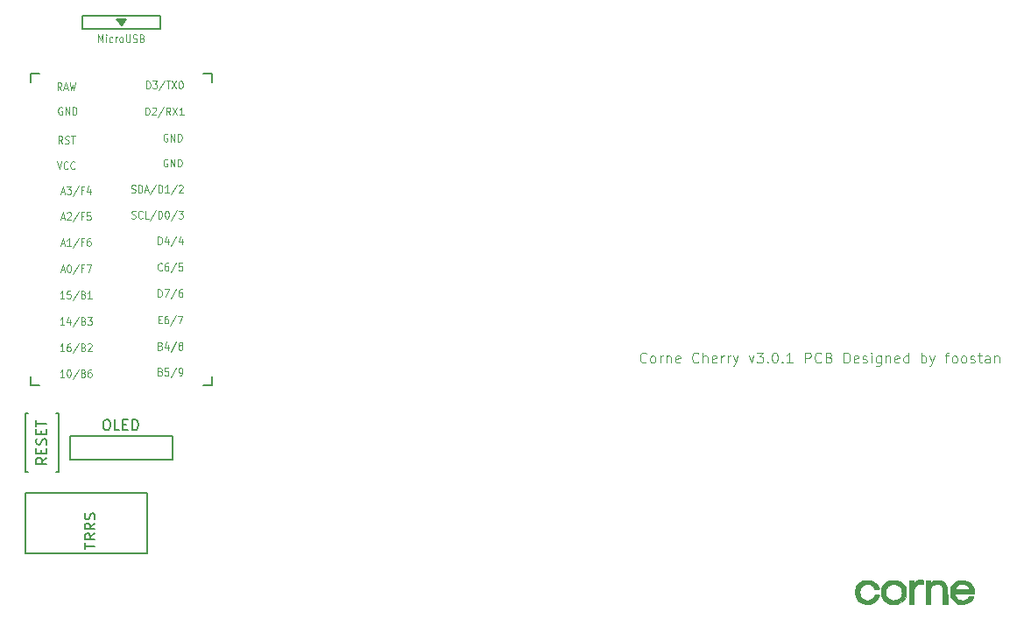
<source format=gto>
G04 #@! TF.GenerationSoftware,KiCad,Pcbnew,(5.1.10)-1*
G04 #@! TF.CreationDate,2021-11-26T09:38:35+07:00*
G04 #@! TF.ProjectId,corne-cherry,636f726e-652d-4636-9865-7272792e6b69,3.0.1*
G04 #@! TF.SameCoordinates,Original*
G04 #@! TF.FileFunction,Legend,Top*
G04 #@! TF.FilePolarity,Positive*
%FSLAX46Y46*%
G04 Gerber Fmt 4.6, Leading zero omitted, Abs format (unit mm)*
G04 Created by KiCad (PCBNEW (5.1.10)-1) date 2021-11-26 09:38:35*
%MOMM*%
%LPD*%
G01*
G04 APERTURE LIST*
%ADD10C,0.125000*%
%ADD11C,0.010000*%
%ADD12C,0.150000*%
%ADD13C,3.400000*%
%ADD14C,2.300000*%
%ADD15C,4.500000*%
%ADD16C,2.600000*%
%ADD17C,4.700000*%
%ADD18C,1.600000*%
G04 APERTURE END LIST*
D10*
X146175273Y-83579142D02*
X146127654Y-83626761D01*
X145984797Y-83674380D01*
X145889559Y-83674380D01*
X145746702Y-83626761D01*
X145651464Y-83531523D01*
X145603845Y-83436285D01*
X145556226Y-83245809D01*
X145556226Y-83102952D01*
X145603845Y-82912476D01*
X145651464Y-82817238D01*
X145746702Y-82722000D01*
X145889559Y-82674380D01*
X145984797Y-82674380D01*
X146127654Y-82722000D01*
X146175273Y-82769619D01*
X146746702Y-83674380D02*
X146651464Y-83626761D01*
X146603845Y-83579142D01*
X146556226Y-83483904D01*
X146556226Y-83198190D01*
X146603845Y-83102952D01*
X146651464Y-83055333D01*
X146746702Y-83007714D01*
X146889559Y-83007714D01*
X146984797Y-83055333D01*
X147032416Y-83102952D01*
X147080035Y-83198190D01*
X147080035Y-83483904D01*
X147032416Y-83579142D01*
X146984797Y-83626761D01*
X146889559Y-83674380D01*
X146746702Y-83674380D01*
X147508607Y-83674380D02*
X147508607Y-83007714D01*
X147508607Y-83198190D02*
X147556226Y-83102952D01*
X147603845Y-83055333D01*
X147699083Y-83007714D01*
X147794321Y-83007714D01*
X148127654Y-83007714D02*
X148127654Y-83674380D01*
X148127654Y-83102952D02*
X148175273Y-83055333D01*
X148270511Y-83007714D01*
X148413369Y-83007714D01*
X148508607Y-83055333D01*
X148556226Y-83150571D01*
X148556226Y-83674380D01*
X149413369Y-83626761D02*
X149318130Y-83674380D01*
X149127654Y-83674380D01*
X149032416Y-83626761D01*
X148984797Y-83531523D01*
X148984797Y-83150571D01*
X149032416Y-83055333D01*
X149127654Y-83007714D01*
X149318130Y-83007714D01*
X149413369Y-83055333D01*
X149460988Y-83150571D01*
X149460988Y-83245809D01*
X148984797Y-83341047D01*
X151222892Y-83579142D02*
X151175273Y-83626761D01*
X151032416Y-83674380D01*
X150937178Y-83674380D01*
X150794321Y-83626761D01*
X150699083Y-83531523D01*
X150651464Y-83436285D01*
X150603845Y-83245809D01*
X150603845Y-83102952D01*
X150651464Y-82912476D01*
X150699083Y-82817238D01*
X150794321Y-82722000D01*
X150937178Y-82674380D01*
X151032416Y-82674380D01*
X151175273Y-82722000D01*
X151222892Y-82769619D01*
X151651464Y-83674380D02*
X151651464Y-82674380D01*
X152080035Y-83674380D02*
X152080035Y-83150571D01*
X152032416Y-83055333D01*
X151937178Y-83007714D01*
X151794321Y-83007714D01*
X151699083Y-83055333D01*
X151651464Y-83102952D01*
X152937178Y-83626761D02*
X152841940Y-83674380D01*
X152651464Y-83674380D01*
X152556226Y-83626761D01*
X152508607Y-83531523D01*
X152508607Y-83150571D01*
X152556226Y-83055333D01*
X152651464Y-83007714D01*
X152841940Y-83007714D01*
X152937178Y-83055333D01*
X152984797Y-83150571D01*
X152984797Y-83245809D01*
X152508607Y-83341047D01*
X153413369Y-83674380D02*
X153413369Y-83007714D01*
X153413369Y-83198190D02*
X153460988Y-83102952D01*
X153508607Y-83055333D01*
X153603845Y-83007714D01*
X153699083Y-83007714D01*
X154032416Y-83674380D02*
X154032416Y-83007714D01*
X154032416Y-83198190D02*
X154080035Y-83102952D01*
X154127654Y-83055333D01*
X154222892Y-83007714D01*
X154318130Y-83007714D01*
X154556226Y-83007714D02*
X154794321Y-83674380D01*
X155032416Y-83007714D02*
X154794321Y-83674380D01*
X154699083Y-83912476D01*
X154651464Y-83960095D01*
X154556226Y-84007714D01*
X156080035Y-83007714D02*
X156318130Y-83674380D01*
X156556226Y-83007714D01*
X156841940Y-82674380D02*
X157460988Y-82674380D01*
X157127654Y-83055333D01*
X157270511Y-83055333D01*
X157365750Y-83102952D01*
X157413369Y-83150571D01*
X157460988Y-83245809D01*
X157460988Y-83483904D01*
X157413369Y-83579142D01*
X157365750Y-83626761D01*
X157270511Y-83674380D01*
X156984797Y-83674380D01*
X156889559Y-83626761D01*
X156841940Y-83579142D01*
X157889559Y-83579142D02*
X157937178Y-83626761D01*
X157889559Y-83674380D01*
X157841940Y-83626761D01*
X157889559Y-83579142D01*
X157889559Y-83674380D01*
X158556226Y-82674380D02*
X158651464Y-82674380D01*
X158746702Y-82722000D01*
X158794321Y-82769619D01*
X158841940Y-82864857D01*
X158889559Y-83055333D01*
X158889559Y-83293428D01*
X158841940Y-83483904D01*
X158794321Y-83579142D01*
X158746702Y-83626761D01*
X158651464Y-83674380D01*
X158556226Y-83674380D01*
X158460988Y-83626761D01*
X158413369Y-83579142D01*
X158365750Y-83483904D01*
X158318130Y-83293428D01*
X158318130Y-83055333D01*
X158365750Y-82864857D01*
X158413369Y-82769619D01*
X158460988Y-82722000D01*
X158556226Y-82674380D01*
X159318130Y-83579142D02*
X159365750Y-83626761D01*
X159318130Y-83674380D01*
X159270511Y-83626761D01*
X159318130Y-83579142D01*
X159318130Y-83674380D01*
X160318130Y-83674380D02*
X159746702Y-83674380D01*
X160032416Y-83674380D02*
X160032416Y-82674380D01*
X159937178Y-82817238D01*
X159841940Y-82912476D01*
X159746702Y-82960095D01*
X161508607Y-83674380D02*
X161508607Y-82674380D01*
X161889559Y-82674380D01*
X161984797Y-82722000D01*
X162032416Y-82769619D01*
X162080035Y-82864857D01*
X162080035Y-83007714D01*
X162032416Y-83102952D01*
X161984797Y-83150571D01*
X161889559Y-83198190D01*
X161508607Y-83198190D01*
X163080035Y-83579142D02*
X163032416Y-83626761D01*
X162889559Y-83674380D01*
X162794321Y-83674380D01*
X162651464Y-83626761D01*
X162556226Y-83531523D01*
X162508607Y-83436285D01*
X162460988Y-83245809D01*
X162460988Y-83102952D01*
X162508607Y-82912476D01*
X162556226Y-82817238D01*
X162651464Y-82722000D01*
X162794321Y-82674380D01*
X162889559Y-82674380D01*
X163032416Y-82722000D01*
X163080035Y-82769619D01*
X163841940Y-83150571D02*
X163984797Y-83198190D01*
X164032416Y-83245809D01*
X164080035Y-83341047D01*
X164080035Y-83483904D01*
X164032416Y-83579142D01*
X163984797Y-83626761D01*
X163889559Y-83674380D01*
X163508607Y-83674380D01*
X163508607Y-82674380D01*
X163841940Y-82674380D01*
X163937178Y-82722000D01*
X163984797Y-82769619D01*
X164032416Y-82864857D01*
X164032416Y-82960095D01*
X163984797Y-83055333D01*
X163937178Y-83102952D01*
X163841940Y-83150571D01*
X163508607Y-83150571D01*
X165270511Y-83674380D02*
X165270511Y-82674380D01*
X165508607Y-82674380D01*
X165651464Y-82722000D01*
X165746702Y-82817238D01*
X165794321Y-82912476D01*
X165841940Y-83102952D01*
X165841940Y-83245809D01*
X165794321Y-83436285D01*
X165746702Y-83531523D01*
X165651464Y-83626761D01*
X165508607Y-83674380D01*
X165270511Y-83674380D01*
X166651464Y-83626761D02*
X166556226Y-83674380D01*
X166365750Y-83674380D01*
X166270511Y-83626761D01*
X166222892Y-83531523D01*
X166222892Y-83150571D01*
X166270511Y-83055333D01*
X166365750Y-83007714D01*
X166556226Y-83007714D01*
X166651464Y-83055333D01*
X166699083Y-83150571D01*
X166699083Y-83245809D01*
X166222892Y-83341047D01*
X167080035Y-83626761D02*
X167175273Y-83674380D01*
X167365750Y-83674380D01*
X167460988Y-83626761D01*
X167508607Y-83531523D01*
X167508607Y-83483904D01*
X167460988Y-83388666D01*
X167365750Y-83341047D01*
X167222892Y-83341047D01*
X167127654Y-83293428D01*
X167080035Y-83198190D01*
X167080035Y-83150571D01*
X167127654Y-83055333D01*
X167222892Y-83007714D01*
X167365750Y-83007714D01*
X167460988Y-83055333D01*
X167937178Y-83674380D02*
X167937178Y-83007714D01*
X167937178Y-82674380D02*
X167889559Y-82722000D01*
X167937178Y-82769619D01*
X167984797Y-82722000D01*
X167937178Y-82674380D01*
X167937178Y-82769619D01*
X168841940Y-83007714D02*
X168841940Y-83817238D01*
X168794321Y-83912476D01*
X168746702Y-83960095D01*
X168651464Y-84007714D01*
X168508607Y-84007714D01*
X168413369Y-83960095D01*
X168841940Y-83626761D02*
X168746702Y-83674380D01*
X168556226Y-83674380D01*
X168460988Y-83626761D01*
X168413369Y-83579142D01*
X168365750Y-83483904D01*
X168365750Y-83198190D01*
X168413369Y-83102952D01*
X168460988Y-83055333D01*
X168556226Y-83007714D01*
X168746702Y-83007714D01*
X168841940Y-83055333D01*
X169318130Y-83007714D02*
X169318130Y-83674380D01*
X169318130Y-83102952D02*
X169365750Y-83055333D01*
X169460988Y-83007714D01*
X169603845Y-83007714D01*
X169699083Y-83055333D01*
X169746702Y-83150571D01*
X169746702Y-83674380D01*
X170603845Y-83626761D02*
X170508607Y-83674380D01*
X170318130Y-83674380D01*
X170222892Y-83626761D01*
X170175273Y-83531523D01*
X170175273Y-83150571D01*
X170222892Y-83055333D01*
X170318130Y-83007714D01*
X170508607Y-83007714D01*
X170603845Y-83055333D01*
X170651464Y-83150571D01*
X170651464Y-83245809D01*
X170175273Y-83341047D01*
X171508607Y-83674380D02*
X171508607Y-82674380D01*
X171508607Y-83626761D02*
X171413369Y-83674380D01*
X171222892Y-83674380D01*
X171127654Y-83626761D01*
X171080035Y-83579142D01*
X171032416Y-83483904D01*
X171032416Y-83198190D01*
X171080035Y-83102952D01*
X171127654Y-83055333D01*
X171222892Y-83007714D01*
X171413369Y-83007714D01*
X171508607Y-83055333D01*
X172746702Y-83674380D02*
X172746702Y-82674380D01*
X172746702Y-83055333D02*
X172841940Y-83007714D01*
X173032416Y-83007714D01*
X173127654Y-83055333D01*
X173175273Y-83102952D01*
X173222892Y-83198190D01*
X173222892Y-83483904D01*
X173175273Y-83579142D01*
X173127654Y-83626761D01*
X173032416Y-83674380D01*
X172841940Y-83674380D01*
X172746702Y-83626761D01*
X173556226Y-83007714D02*
X173794321Y-83674380D01*
X174032416Y-83007714D02*
X173794321Y-83674380D01*
X173699083Y-83912476D01*
X173651464Y-83960095D01*
X173556226Y-84007714D01*
X175032416Y-83007714D02*
X175413369Y-83007714D01*
X175175273Y-83674380D02*
X175175273Y-82817238D01*
X175222892Y-82722000D01*
X175318130Y-82674380D01*
X175413369Y-82674380D01*
X175889559Y-83674380D02*
X175794321Y-83626761D01*
X175746702Y-83579142D01*
X175699083Y-83483904D01*
X175699083Y-83198190D01*
X175746702Y-83102952D01*
X175794321Y-83055333D01*
X175889559Y-83007714D01*
X176032416Y-83007714D01*
X176127654Y-83055333D01*
X176175273Y-83102952D01*
X176222892Y-83198190D01*
X176222892Y-83483904D01*
X176175273Y-83579142D01*
X176127654Y-83626761D01*
X176032416Y-83674380D01*
X175889559Y-83674380D01*
X176794321Y-83674380D02*
X176699083Y-83626761D01*
X176651464Y-83579142D01*
X176603845Y-83483904D01*
X176603845Y-83198190D01*
X176651464Y-83102952D01*
X176699083Y-83055333D01*
X176794321Y-83007714D01*
X176937178Y-83007714D01*
X177032416Y-83055333D01*
X177080035Y-83102952D01*
X177127654Y-83198190D01*
X177127654Y-83483904D01*
X177080035Y-83579142D01*
X177032416Y-83626761D01*
X176937178Y-83674380D01*
X176794321Y-83674380D01*
X177508607Y-83626761D02*
X177603845Y-83674380D01*
X177794321Y-83674380D01*
X177889559Y-83626761D01*
X177937178Y-83531523D01*
X177937178Y-83483904D01*
X177889559Y-83388666D01*
X177794321Y-83341047D01*
X177651464Y-83341047D01*
X177556226Y-83293428D01*
X177508607Y-83198190D01*
X177508607Y-83150571D01*
X177556226Y-83055333D01*
X177651464Y-83007714D01*
X177794321Y-83007714D01*
X177889559Y-83055333D01*
X178222892Y-83007714D02*
X178603845Y-83007714D01*
X178365750Y-82674380D02*
X178365750Y-83531523D01*
X178413369Y-83626761D01*
X178508607Y-83674380D01*
X178603845Y-83674380D01*
X179365750Y-83674380D02*
X179365750Y-83150571D01*
X179318130Y-83055333D01*
X179222892Y-83007714D01*
X179032416Y-83007714D01*
X178937178Y-83055333D01*
X179365750Y-83626761D02*
X179270511Y-83674380D01*
X179032416Y-83674380D01*
X178937178Y-83626761D01*
X178889559Y-83531523D01*
X178889559Y-83436285D01*
X178937178Y-83341047D01*
X179032416Y-83293428D01*
X179270511Y-83293428D01*
X179365750Y-83245809D01*
X179841940Y-83007714D02*
X179841940Y-83674380D01*
X179841940Y-83102952D02*
X179889559Y-83055333D01*
X179984797Y-83007714D01*
X180127654Y-83007714D01*
X180222892Y-83055333D01*
X180270511Y-83150571D01*
X180270511Y-83674380D01*
D11*
G36*
X167789049Y-104707988D02*
G01*
X167903748Y-104734102D01*
X168124850Y-104824639D01*
X168316293Y-104951036D01*
X168473222Y-105108988D01*
X168590782Y-105294188D01*
X168625437Y-105374254D01*
X168659464Y-105467731D01*
X168671083Y-105526761D01*
X168653798Y-105559261D01*
X168601112Y-105573149D01*
X168506529Y-105576343D01*
X168459569Y-105576400D01*
X168245639Y-105576399D01*
X168214733Y-105482754D01*
X168148143Y-105356894D01*
X168041638Y-105245503D01*
X167905463Y-105155012D01*
X167749864Y-105091854D01*
X167585085Y-105062461D01*
X167543199Y-105061142D01*
X167360869Y-105083910D01*
X167190565Y-105148221D01*
X167041016Y-105248089D01*
X166920953Y-105377526D01*
X166839105Y-105530547D01*
X166832907Y-105548267D01*
X166799356Y-105706924D01*
X166793573Y-105882402D01*
X166814259Y-106056327D01*
X166860113Y-106210322D01*
X166883175Y-106258531D01*
X166988904Y-106409138D01*
X167123779Y-106521303D01*
X167271102Y-106592915D01*
X167449789Y-106635926D01*
X167629259Y-106635773D01*
X167801072Y-106595785D01*
X167956790Y-106519291D01*
X168087974Y-106409622D01*
X168186184Y-106270106D01*
X168207767Y-106223389D01*
X168254400Y-106109990D01*
X168463950Y-106109895D01*
X168566668Y-106110561D01*
X168628784Y-106114620D01*
X168660495Y-106124992D01*
X168671997Y-106144594D01*
X168673500Y-106169887D01*
X168657975Y-106244902D01*
X168616424Y-106344781D01*
X168556378Y-106456252D01*
X168485369Y-106566041D01*
X168410929Y-106660876D01*
X168372038Y-106701119D01*
X168192264Y-106836131D01*
X167983407Y-106936811D01*
X167756560Y-106999913D01*
X167522818Y-107022194D01*
X167327300Y-107006664D01*
X167134087Y-106955943D01*
X166946451Y-106872877D01*
X166776760Y-106764860D01*
X166637383Y-106639289D01*
X166570489Y-106554165D01*
X166489160Y-106419841D01*
X166433270Y-106294887D01*
X166398691Y-106164138D01*
X166381293Y-106012430D01*
X166376914Y-105843100D01*
X166378419Y-105702194D01*
X166384121Y-105598188D01*
X166395798Y-105517236D01*
X166415230Y-105445494D01*
X166434851Y-105392197D01*
X166540497Y-105192543D01*
X166686762Y-105016026D01*
X166865876Y-104870316D01*
X167070069Y-104763085D01*
X167073300Y-104761802D01*
X167229283Y-104717914D01*
X167413255Y-104693892D01*
X167606187Y-104690372D01*
X167789049Y-104707988D01*
G37*
X167789049Y-104707988D02*
X167903748Y-104734102D01*
X168124850Y-104824639D01*
X168316293Y-104951036D01*
X168473222Y-105108988D01*
X168590782Y-105294188D01*
X168625437Y-105374254D01*
X168659464Y-105467731D01*
X168671083Y-105526761D01*
X168653798Y-105559261D01*
X168601112Y-105573149D01*
X168506529Y-105576343D01*
X168459569Y-105576400D01*
X168245639Y-105576399D01*
X168214733Y-105482754D01*
X168148143Y-105356894D01*
X168041638Y-105245503D01*
X167905463Y-105155012D01*
X167749864Y-105091854D01*
X167585085Y-105062461D01*
X167543199Y-105061142D01*
X167360869Y-105083910D01*
X167190565Y-105148221D01*
X167041016Y-105248089D01*
X166920953Y-105377526D01*
X166839105Y-105530547D01*
X166832907Y-105548267D01*
X166799356Y-105706924D01*
X166793573Y-105882402D01*
X166814259Y-106056327D01*
X166860113Y-106210322D01*
X166883175Y-106258531D01*
X166988904Y-106409138D01*
X167123779Y-106521303D01*
X167271102Y-106592915D01*
X167449789Y-106635926D01*
X167629259Y-106635773D01*
X167801072Y-106595785D01*
X167956790Y-106519291D01*
X168087974Y-106409622D01*
X168186184Y-106270106D01*
X168207767Y-106223389D01*
X168254400Y-106109990D01*
X168463950Y-106109895D01*
X168566668Y-106110561D01*
X168628784Y-106114620D01*
X168660495Y-106124992D01*
X168671997Y-106144594D01*
X168673500Y-106169887D01*
X168657975Y-106244902D01*
X168616424Y-106344781D01*
X168556378Y-106456252D01*
X168485369Y-106566041D01*
X168410929Y-106660876D01*
X168372038Y-106701119D01*
X168192264Y-106836131D01*
X167983407Y-106936811D01*
X167756560Y-106999913D01*
X167522818Y-107022194D01*
X167327300Y-107006664D01*
X167134087Y-106955943D01*
X166946451Y-106872877D01*
X166776760Y-106764860D01*
X166637383Y-106639289D01*
X166570489Y-106554165D01*
X166489160Y-106419841D01*
X166433270Y-106294887D01*
X166398691Y-106164138D01*
X166381293Y-106012430D01*
X166376914Y-105843100D01*
X166378419Y-105702194D01*
X166384121Y-105598188D01*
X166395798Y-105517236D01*
X166415230Y-105445494D01*
X166434851Y-105392197D01*
X166540497Y-105192543D01*
X166686762Y-105016026D01*
X166865876Y-104870316D01*
X167070069Y-104763085D01*
X167073300Y-104761802D01*
X167229283Y-104717914D01*
X167413255Y-104693892D01*
X167606187Y-104690372D01*
X167789049Y-104707988D01*
G36*
X170171986Y-104693840D02*
G01*
X170425440Y-104729111D01*
X170653525Y-104805807D01*
X170853175Y-104921865D01*
X171021325Y-105075222D01*
X171154908Y-105263816D01*
X171219456Y-105398600D01*
X171251018Y-105512705D01*
X171271285Y-105660371D01*
X171280030Y-105825580D01*
X171277025Y-105992313D01*
X171262043Y-106144551D01*
X171234856Y-106266275D01*
X171231905Y-106274900D01*
X171135519Y-106472172D01*
X170996275Y-106648574D01*
X170819679Y-106798769D01*
X170611241Y-106917421D01*
X170536340Y-106948770D01*
X170404321Y-106985019D01*
X170241335Y-107008467D01*
X170065781Y-107018287D01*
X169896060Y-107013650D01*
X169750574Y-106993729D01*
X169717753Y-106985599D01*
X169503853Y-106903401D01*
X169309121Y-106785093D01*
X169142155Y-106637635D01*
X169011556Y-106467986D01*
X168960682Y-106372895D01*
X168922337Y-106270102D01*
X168888151Y-106145876D01*
X168868099Y-106042628D01*
X168860748Y-105901224D01*
X169285074Y-105901224D01*
X169299409Y-106048866D01*
X169319541Y-106130207D01*
X169372794Y-106242941D01*
X169453195Y-106358333D01*
X169547178Y-106459702D01*
X169641174Y-106530365D01*
X169647958Y-106534020D01*
X169844698Y-106610118D01*
X170049689Y-106640463D01*
X170253104Y-106624243D01*
X170365664Y-106593468D01*
X170542944Y-106506347D01*
X170687410Y-106382677D01*
X170794587Y-106226341D01*
X170799020Y-106217466D01*
X170852010Y-106061401D01*
X170873993Y-105884298D01*
X170864639Y-105705017D01*
X170823621Y-105542421D01*
X170811289Y-105512900D01*
X170713958Y-105353906D01*
X170586261Y-105229092D01*
X170435564Y-105138623D01*
X170269236Y-105082666D01*
X170094642Y-105061386D01*
X169919149Y-105074949D01*
X169750124Y-105123522D01*
X169594934Y-105207270D01*
X169460945Y-105326360D01*
X169355965Y-105480101D01*
X169314419Y-105597807D01*
X169290433Y-105744526D01*
X169285074Y-105901224D01*
X168860748Y-105901224D01*
X168855238Y-105795236D01*
X168887650Y-105560693D01*
X168962850Y-105344052D01*
X169078357Y-105150365D01*
X169231687Y-104984687D01*
X169420360Y-104852069D01*
X169464419Y-104828803D01*
X169638705Y-104754053D01*
X169810030Y-104709281D01*
X169995905Y-104691147D01*
X170171986Y-104693840D01*
G37*
X170171986Y-104693840D02*
X170425440Y-104729111D01*
X170653525Y-104805807D01*
X170853175Y-104921865D01*
X171021325Y-105075222D01*
X171154908Y-105263816D01*
X171219456Y-105398600D01*
X171251018Y-105512705D01*
X171271285Y-105660371D01*
X171280030Y-105825580D01*
X171277025Y-105992313D01*
X171262043Y-106144551D01*
X171234856Y-106266275D01*
X171231905Y-106274900D01*
X171135519Y-106472172D01*
X170996275Y-106648574D01*
X170819679Y-106798769D01*
X170611241Y-106917421D01*
X170536340Y-106948770D01*
X170404321Y-106985019D01*
X170241335Y-107008467D01*
X170065781Y-107018287D01*
X169896060Y-107013650D01*
X169750574Y-106993729D01*
X169717753Y-106985599D01*
X169503853Y-106903401D01*
X169309121Y-106785093D01*
X169142155Y-106637635D01*
X169011556Y-106467986D01*
X168960682Y-106372895D01*
X168922337Y-106270102D01*
X168888151Y-106145876D01*
X168868099Y-106042628D01*
X168860748Y-105901224D01*
X169285074Y-105901224D01*
X169299409Y-106048866D01*
X169319541Y-106130207D01*
X169372794Y-106242941D01*
X169453195Y-106358333D01*
X169547178Y-106459702D01*
X169641174Y-106530365D01*
X169647958Y-106534020D01*
X169844698Y-106610118D01*
X170049689Y-106640463D01*
X170253104Y-106624243D01*
X170365664Y-106593468D01*
X170542944Y-106506347D01*
X170687410Y-106382677D01*
X170794587Y-106226341D01*
X170799020Y-106217466D01*
X170852010Y-106061401D01*
X170873993Y-105884298D01*
X170864639Y-105705017D01*
X170823621Y-105542421D01*
X170811289Y-105512900D01*
X170713958Y-105353906D01*
X170586261Y-105229092D01*
X170435564Y-105138623D01*
X170269236Y-105082666D01*
X170094642Y-105061386D01*
X169919149Y-105074949D01*
X169750124Y-105123522D01*
X169594934Y-105207270D01*
X169460945Y-105326360D01*
X169355965Y-105480101D01*
X169314419Y-105597807D01*
X169290433Y-105744526D01*
X169285074Y-105901224D01*
X168860748Y-105901224D01*
X168855238Y-105795236D01*
X168887650Y-105560693D01*
X168962850Y-105344052D01*
X169078357Y-105150365D01*
X169231687Y-104984687D01*
X169420360Y-104852069D01*
X169464419Y-104828803D01*
X169638705Y-104754053D01*
X169810030Y-104709281D01*
X169995905Y-104691147D01*
X170171986Y-104693840D01*
G36*
X176963530Y-104710406D02*
G01*
X177185894Y-104776705D01*
X177384133Y-104882213D01*
X177554079Y-105022847D01*
X177691559Y-105194524D01*
X177792404Y-105393162D01*
X177852443Y-105614678D01*
X177868300Y-105810336D01*
X177868300Y-105957400D01*
X175963300Y-105957400D01*
X175963300Y-106030498D01*
X175986217Y-106153649D01*
X176049655Y-106281172D01*
X176145643Y-106402298D01*
X176266211Y-106506256D01*
X176355388Y-106560239D01*
X176491242Y-106611647D01*
X176651904Y-106636683D01*
X176664872Y-106637596D01*
X176847129Y-106635127D01*
X177000803Y-106598329D01*
X177138495Y-106522614D01*
X177253193Y-106423419D01*
X177389013Y-106287600D01*
X177592268Y-106287600D01*
X177692811Y-106288246D01*
X177752033Y-106292122D01*
X177779410Y-106302133D01*
X177784419Y-106321182D01*
X177778730Y-106344750D01*
X177740417Y-106430398D01*
X177675499Y-106533086D01*
X177595774Y-106636606D01*
X177513044Y-106724746D01*
X177482857Y-106751173D01*
X177283990Y-106880773D01*
X177061302Y-106970237D01*
X176824596Y-107017509D01*
X176583673Y-107020535D01*
X176372357Y-106984004D01*
X176151245Y-106899879D01*
X175956425Y-106776023D01*
X175792825Y-106617554D01*
X175665374Y-106429590D01*
X175579001Y-106217249D01*
X175559844Y-106140299D01*
X175529308Y-105890242D01*
X175543041Y-105650661D01*
X175555222Y-105601800D01*
X175964557Y-105601800D01*
X176687828Y-105601800D01*
X176900414Y-105601528D01*
X177067499Y-105600521D01*
X177194379Y-105598494D01*
X177286351Y-105595158D01*
X177348712Y-105590229D01*
X177386759Y-105583420D01*
X177405788Y-105574444D01*
X177411097Y-105563014D01*
X177411100Y-105562688D01*
X177390723Y-105480758D01*
X177336025Y-105385173D01*
X177256652Y-105287722D01*
X177162248Y-105200195D01*
X177062461Y-105134383D01*
X177059403Y-105132826D01*
X176920347Y-105085277D01*
X176756233Y-105064014D01*
X176585428Y-105068960D01*
X176426298Y-105100039D01*
X176334560Y-105135844D01*
X176188026Y-105237486D01*
X176069149Y-105378797D01*
X175988765Y-105538127D01*
X175964557Y-105601800D01*
X175555222Y-105601800D01*
X175598867Y-105426735D01*
X175694606Y-105223643D01*
X175828079Y-105046563D01*
X175997108Y-104900672D01*
X176109999Y-104832689D01*
X176304603Y-104748746D01*
X176501926Y-104701901D01*
X176721213Y-104687400D01*
X176963530Y-104710406D01*
G37*
X176963530Y-104710406D02*
X177185894Y-104776705D01*
X177384133Y-104882213D01*
X177554079Y-105022847D01*
X177691559Y-105194524D01*
X177792404Y-105393162D01*
X177852443Y-105614678D01*
X177868300Y-105810336D01*
X177868300Y-105957400D01*
X175963300Y-105957400D01*
X175963300Y-106030498D01*
X175986217Y-106153649D01*
X176049655Y-106281172D01*
X176145643Y-106402298D01*
X176266211Y-106506256D01*
X176355388Y-106560239D01*
X176491242Y-106611647D01*
X176651904Y-106636683D01*
X176664872Y-106637596D01*
X176847129Y-106635127D01*
X177000803Y-106598329D01*
X177138495Y-106522614D01*
X177253193Y-106423419D01*
X177389013Y-106287600D01*
X177592268Y-106287600D01*
X177692811Y-106288246D01*
X177752033Y-106292122D01*
X177779410Y-106302133D01*
X177784419Y-106321182D01*
X177778730Y-106344750D01*
X177740417Y-106430398D01*
X177675499Y-106533086D01*
X177595774Y-106636606D01*
X177513044Y-106724746D01*
X177482857Y-106751173D01*
X177283990Y-106880773D01*
X177061302Y-106970237D01*
X176824596Y-107017509D01*
X176583673Y-107020535D01*
X176372357Y-106984004D01*
X176151245Y-106899879D01*
X175956425Y-106776023D01*
X175792825Y-106617554D01*
X175665374Y-106429590D01*
X175579001Y-106217249D01*
X175559844Y-106140299D01*
X175529308Y-105890242D01*
X175543041Y-105650661D01*
X175555222Y-105601800D01*
X175964557Y-105601800D01*
X176687828Y-105601800D01*
X176900414Y-105601528D01*
X177067499Y-105600521D01*
X177194379Y-105598494D01*
X177286351Y-105595158D01*
X177348712Y-105590229D01*
X177386759Y-105583420D01*
X177405788Y-105574444D01*
X177411097Y-105563014D01*
X177411100Y-105562688D01*
X177390723Y-105480758D01*
X177336025Y-105385173D01*
X177256652Y-105287722D01*
X177162248Y-105200195D01*
X177062461Y-105134383D01*
X177059403Y-105132826D01*
X176920347Y-105085277D01*
X176756233Y-105064014D01*
X176585428Y-105068960D01*
X176426298Y-105100039D01*
X176334560Y-105135844D01*
X176188026Y-105237486D01*
X176069149Y-105378797D01*
X175988765Y-105538127D01*
X175964557Y-105601800D01*
X175555222Y-105601800D01*
X175598867Y-105426735D01*
X175694606Y-105223643D01*
X175828079Y-105046563D01*
X175997108Y-104900672D01*
X176109999Y-104832689D01*
X176304603Y-104748746D01*
X176501926Y-104701901D01*
X176721213Y-104687400D01*
X176963530Y-104710406D01*
G36*
X172769237Y-104677436D02*
G01*
X172915300Y-104693961D01*
X172915300Y-105064729D01*
X172781950Y-105051068D01*
X172597851Y-105056139D01*
X172428452Y-105107922D01*
X172279881Y-105203056D01*
X172158266Y-105338179D01*
X172109389Y-105419869D01*
X172026300Y-105580838D01*
X172026300Y-106973400D01*
X171594500Y-106973400D01*
X171594500Y-104710745D01*
X171804050Y-104718122D01*
X172013600Y-104725500D01*
X172039000Y-104947358D01*
X172089769Y-104890946D01*
X172207946Y-104794357D01*
X172359798Y-104723267D01*
X172533042Y-104681536D01*
X172715390Y-104673025D01*
X172769237Y-104677436D01*
G37*
X172769237Y-104677436D02*
X172915300Y-104693961D01*
X172915300Y-105064729D01*
X172781950Y-105051068D01*
X172597851Y-105056139D01*
X172428452Y-105107922D01*
X172279881Y-105203056D01*
X172158266Y-105338179D01*
X172109389Y-105419869D01*
X172026300Y-105580838D01*
X172026300Y-106973400D01*
X171594500Y-106973400D01*
X171594500Y-104710745D01*
X171804050Y-104718122D01*
X172013600Y-104725500D01*
X172039000Y-104947358D01*
X172089769Y-104890946D01*
X172207946Y-104794357D01*
X172359798Y-104723267D01*
X172533042Y-104681536D01*
X172715390Y-104673025D01*
X172769237Y-104677436D01*
G36*
X174431491Y-104700791D02*
G01*
X174525575Y-104704451D01*
X174595990Y-104713455D01*
X174656301Y-104730181D01*
X174720070Y-104757005D01*
X174774251Y-104783171D01*
X174945298Y-104891513D01*
X175078548Y-105030673D01*
X175175879Y-105203378D01*
X175239168Y-105412354D01*
X175250575Y-105474800D01*
X175257864Y-105545770D01*
X175264403Y-105658525D01*
X175269903Y-105804049D01*
X175274074Y-105973330D01*
X175276627Y-106157353D01*
X175277308Y-106306650D01*
X175277500Y-106973400D01*
X174845700Y-106973400D01*
X174845700Y-106254110D01*
X174845093Y-106025457D01*
X174843100Y-105841758D01*
X174839463Y-105697177D01*
X174833922Y-105585882D01*
X174826219Y-105502037D01*
X174816095Y-105439809D01*
X174808197Y-105408534D01*
X174743437Y-105270307D01*
X174642530Y-105167106D01*
X174507103Y-105099984D01*
X174338780Y-105069999D01*
X174284312Y-105068400D01*
X174121841Y-105078817D01*
X173991862Y-105113694D01*
X173879764Y-105178472D01*
X173799860Y-105248726D01*
X173745673Y-105305731D01*
X173702291Y-105361501D01*
X173668523Y-105422365D01*
X173643179Y-105494652D01*
X173625067Y-105584689D01*
X173612996Y-105698805D01*
X173605777Y-105843327D01*
X173602217Y-106024585D01*
X173601126Y-106248907D01*
X173601100Y-106304910D01*
X173601100Y-106973400D01*
X173169300Y-106973400D01*
X173169300Y-104712800D01*
X173601100Y-104712800D01*
X173601100Y-104970707D01*
X173683364Y-104888442D01*
X173769752Y-104812836D01*
X173860455Y-104759569D01*
X173966478Y-104725282D01*
X174098824Y-104706616D01*
X174268495Y-104700211D01*
X174300174Y-104700100D01*
X174431491Y-104700791D01*
G37*
X174431491Y-104700791D02*
X174525575Y-104704451D01*
X174595990Y-104713455D01*
X174656301Y-104730181D01*
X174720070Y-104757005D01*
X174774251Y-104783171D01*
X174945298Y-104891513D01*
X175078548Y-105030673D01*
X175175879Y-105203378D01*
X175239168Y-105412354D01*
X175250575Y-105474800D01*
X175257864Y-105545770D01*
X175264403Y-105658525D01*
X175269903Y-105804049D01*
X175274074Y-105973330D01*
X175276627Y-106157353D01*
X175277308Y-106306650D01*
X175277500Y-106973400D01*
X174845700Y-106973400D01*
X174845700Y-106254110D01*
X174845093Y-106025457D01*
X174843100Y-105841758D01*
X174839463Y-105697177D01*
X174833922Y-105585882D01*
X174826219Y-105502037D01*
X174816095Y-105439809D01*
X174808197Y-105408534D01*
X174743437Y-105270307D01*
X174642530Y-105167106D01*
X174507103Y-105099984D01*
X174338780Y-105069999D01*
X174284312Y-105068400D01*
X174121841Y-105078817D01*
X173991862Y-105113694D01*
X173879764Y-105178472D01*
X173799860Y-105248726D01*
X173745673Y-105305731D01*
X173702291Y-105361501D01*
X173668523Y-105422365D01*
X173643179Y-105494652D01*
X173625067Y-105584689D01*
X173612996Y-105698805D01*
X173605777Y-105843327D01*
X173602217Y-106024585D01*
X173601126Y-106248907D01*
X173601100Y-106304910D01*
X173601100Y-106973400D01*
X173169300Y-106973400D01*
X173169300Y-104712800D01*
X173601100Y-104712800D01*
X173601100Y-104970707D01*
X173683364Y-104888442D01*
X173769752Y-104812836D01*
X173860455Y-104759569D01*
X173966478Y-104725282D01*
X174098824Y-104706616D01*
X174268495Y-104700211D01*
X174300174Y-104700100D01*
X174431491Y-104700791D01*
D12*
X90479500Y-93062000D02*
X100379500Y-93062000D01*
X90479500Y-90762000D02*
X100379500Y-90762000D01*
X100379500Y-90762000D02*
X100379500Y-93062000D01*
X90479500Y-93062000D02*
X90479500Y-90762000D01*
X86156500Y-88564000D02*
X86156500Y-94264000D01*
X86156500Y-94264000D02*
X86406500Y-94264000D01*
X86156500Y-88564000D02*
X86406500Y-88564000D01*
X89356500Y-88564000D02*
X89106500Y-88564000D01*
X89356500Y-88564000D02*
X89356500Y-94264000D01*
X89356500Y-94264000D02*
X89106500Y-94264000D01*
X86139500Y-102062000D02*
X86139500Y-96262000D01*
X86139500Y-96262000D02*
X97889500Y-96262000D01*
X97889500Y-96262000D02*
X97889500Y-102062000D01*
X97889500Y-102062000D02*
X86139500Y-102062000D01*
X95289500Y-50882000D02*
X95589500Y-50882000D01*
X95189500Y-50732000D02*
X95689500Y-50732000D01*
X95089500Y-50582000D02*
X95789500Y-50582000D01*
X95439500Y-51082000D02*
X94939500Y-50432000D01*
X95939500Y-50432000D02*
X95439500Y-51082000D01*
X94939500Y-50432000D02*
X95939500Y-50432000D01*
X99189500Y-50082000D02*
X91689500Y-50082000D01*
X99189500Y-51382000D02*
X99189500Y-50082000D01*
X91689500Y-51382000D02*
X99189500Y-51382000D01*
X91689500Y-50082000D02*
X91689500Y-51382000D01*
X86689500Y-55682000D02*
X86689500Y-56532000D01*
X104189500Y-55682000D02*
X104189500Y-56532000D01*
X86689500Y-55682000D02*
X87539500Y-55682000D01*
X104189500Y-55682000D02*
X103389500Y-55682000D01*
X86689500Y-84982000D02*
X86689500Y-85882000D01*
X104189500Y-85032000D02*
X104189500Y-85882000D01*
X86689500Y-85882000D02*
X87539500Y-85882000D01*
X104189500Y-85882000D02*
X103329500Y-85882000D01*
X93927119Y-89174380D02*
X94117595Y-89174380D01*
X94212833Y-89222000D01*
X94308071Y-89317238D01*
X94355690Y-89507714D01*
X94355690Y-89841047D01*
X94308071Y-90031523D01*
X94212833Y-90126761D01*
X94117595Y-90174380D01*
X93927119Y-90174380D01*
X93831880Y-90126761D01*
X93736642Y-90031523D01*
X93689023Y-89841047D01*
X93689023Y-89507714D01*
X93736642Y-89317238D01*
X93831880Y-89222000D01*
X93927119Y-89174380D01*
X95260452Y-90174380D02*
X94784261Y-90174380D01*
X94784261Y-89174380D01*
X95593785Y-89650571D02*
X95927119Y-89650571D01*
X96069976Y-90174380D02*
X95593785Y-90174380D01*
X95593785Y-89174380D01*
X96069976Y-89174380D01*
X96498547Y-90174380D02*
X96498547Y-89174380D01*
X96736642Y-89174380D01*
X96879500Y-89222000D01*
X96974738Y-89317238D01*
X97022357Y-89412476D01*
X97069976Y-89602952D01*
X97069976Y-89745809D01*
X97022357Y-89936285D01*
X96974738Y-90031523D01*
X96879500Y-90126761D01*
X96736642Y-90174380D01*
X96498547Y-90174380D01*
X88208880Y-92866380D02*
X87732690Y-93199714D01*
X88208880Y-93437809D02*
X87208880Y-93437809D01*
X87208880Y-93056857D01*
X87256500Y-92961619D01*
X87304119Y-92914000D01*
X87399357Y-92866380D01*
X87542214Y-92866380D01*
X87637452Y-92914000D01*
X87685071Y-92961619D01*
X87732690Y-93056857D01*
X87732690Y-93437809D01*
X87685071Y-92437809D02*
X87685071Y-92104476D01*
X88208880Y-91961619D02*
X88208880Y-92437809D01*
X87208880Y-92437809D01*
X87208880Y-91961619D01*
X88161261Y-91580666D02*
X88208880Y-91437809D01*
X88208880Y-91199714D01*
X88161261Y-91104476D01*
X88113642Y-91056857D01*
X88018404Y-91009238D01*
X87923166Y-91009238D01*
X87827928Y-91056857D01*
X87780309Y-91104476D01*
X87732690Y-91199714D01*
X87685071Y-91390190D01*
X87637452Y-91485428D01*
X87589833Y-91533047D01*
X87494595Y-91580666D01*
X87399357Y-91580666D01*
X87304119Y-91533047D01*
X87256500Y-91485428D01*
X87208880Y-91390190D01*
X87208880Y-91152095D01*
X87256500Y-91009238D01*
X87685071Y-90580666D02*
X87685071Y-90247333D01*
X88208880Y-90104476D02*
X88208880Y-90580666D01*
X87208880Y-90580666D01*
X87208880Y-90104476D01*
X87208880Y-89818761D02*
X87208880Y-89247333D01*
X88208880Y-89533047D02*
X87208880Y-89533047D01*
X91891880Y-101673904D02*
X91891880Y-101102476D01*
X92891880Y-101388190D02*
X91891880Y-101388190D01*
X92891880Y-100197714D02*
X92415690Y-100531047D01*
X92891880Y-100769142D02*
X91891880Y-100769142D01*
X91891880Y-100388190D01*
X91939500Y-100292952D01*
X91987119Y-100245333D01*
X92082357Y-100197714D01*
X92225214Y-100197714D01*
X92320452Y-100245333D01*
X92368071Y-100292952D01*
X92415690Y-100388190D01*
X92415690Y-100769142D01*
X92891880Y-99197714D02*
X92415690Y-99531047D01*
X92891880Y-99769142D02*
X91891880Y-99769142D01*
X91891880Y-99388190D01*
X91939500Y-99292952D01*
X91987119Y-99245333D01*
X92082357Y-99197714D01*
X92225214Y-99197714D01*
X92320452Y-99245333D01*
X92368071Y-99292952D01*
X92415690Y-99388190D01*
X92415690Y-99769142D01*
X92844261Y-98816761D02*
X92891880Y-98673904D01*
X92891880Y-98435809D01*
X92844261Y-98340571D01*
X92796642Y-98292952D01*
X92701404Y-98245333D01*
X92606166Y-98245333D01*
X92510928Y-98292952D01*
X92463309Y-98340571D01*
X92415690Y-98435809D01*
X92368071Y-98626285D01*
X92320452Y-98721523D01*
X92272833Y-98769142D01*
X92177595Y-98816761D01*
X92082357Y-98816761D01*
X91987119Y-98769142D01*
X91939500Y-98721523D01*
X91891880Y-98626285D01*
X91891880Y-98388190D01*
X91939500Y-98245333D01*
D10*
X89641380Y-57343285D02*
X89418047Y-56986142D01*
X89258523Y-57343285D02*
X89258523Y-56593285D01*
X89513761Y-56593285D01*
X89577571Y-56629000D01*
X89609476Y-56664714D01*
X89641380Y-56736142D01*
X89641380Y-56843285D01*
X89609476Y-56914714D01*
X89577571Y-56950428D01*
X89513761Y-56986142D01*
X89258523Y-56986142D01*
X89896619Y-57129000D02*
X90215666Y-57129000D01*
X89832809Y-57343285D02*
X90056142Y-56593285D01*
X90279476Y-57343285D01*
X90439000Y-56593285D02*
X90598523Y-57343285D01*
X90726142Y-56807571D01*
X90853761Y-57343285D01*
X91013285Y-56593285D01*
X99884023Y-64007000D02*
X99820214Y-63971285D01*
X99724500Y-63971285D01*
X99628785Y-64007000D01*
X99564976Y-64078428D01*
X99533071Y-64149857D01*
X99501166Y-64292714D01*
X99501166Y-64399857D01*
X99533071Y-64542714D01*
X99564976Y-64614142D01*
X99628785Y-64685571D01*
X99724500Y-64721285D01*
X99788309Y-64721285D01*
X99884023Y-64685571D01*
X99915928Y-64649857D01*
X99915928Y-64399857D01*
X99788309Y-64399857D01*
X100203071Y-64721285D02*
X100203071Y-63971285D01*
X100585928Y-64721285D01*
X100585928Y-63971285D01*
X100904976Y-64721285D02*
X100904976Y-63971285D01*
X101064500Y-63971285D01*
X101160214Y-64007000D01*
X101224023Y-64078428D01*
X101255928Y-64149857D01*
X101287833Y-64292714D01*
X101287833Y-64399857D01*
X101255928Y-64542714D01*
X101224023Y-64614142D01*
X101160214Y-64685571D01*
X101064500Y-64721285D01*
X100904976Y-64721285D01*
X89737095Y-62486785D02*
X89513761Y-62129642D01*
X89354238Y-62486785D02*
X89354238Y-61736785D01*
X89609476Y-61736785D01*
X89673285Y-61772500D01*
X89705190Y-61808214D01*
X89737095Y-61879642D01*
X89737095Y-61986785D01*
X89705190Y-62058214D01*
X89673285Y-62093928D01*
X89609476Y-62129642D01*
X89354238Y-62129642D01*
X89992333Y-62451071D02*
X90088047Y-62486785D01*
X90247571Y-62486785D01*
X90311380Y-62451071D01*
X90343285Y-62415357D01*
X90375190Y-62343928D01*
X90375190Y-62272500D01*
X90343285Y-62201071D01*
X90311380Y-62165357D01*
X90247571Y-62129642D01*
X90119952Y-62093928D01*
X90056142Y-62058214D01*
X90024238Y-62022500D01*
X89992333Y-61951071D01*
X89992333Y-61879642D01*
X90024238Y-61808214D01*
X90056142Y-61772500D01*
X90119952Y-61736785D01*
X90279476Y-61736785D01*
X90375190Y-61772500D01*
X90566619Y-61736785D02*
X90949476Y-61736785D01*
X90758047Y-62486785D02*
X90758047Y-61736785D01*
X89210666Y-64213285D02*
X89434000Y-64963285D01*
X89657333Y-64213285D01*
X90263523Y-64891857D02*
X90231619Y-64927571D01*
X90135904Y-64963285D01*
X90072095Y-64963285D01*
X89976380Y-64927571D01*
X89912571Y-64856142D01*
X89880666Y-64784714D01*
X89848761Y-64641857D01*
X89848761Y-64534714D01*
X89880666Y-64391857D01*
X89912571Y-64320428D01*
X89976380Y-64249000D01*
X90072095Y-64213285D01*
X90135904Y-64213285D01*
X90231619Y-64249000D01*
X90263523Y-64284714D01*
X90933523Y-64891857D02*
X90901619Y-64927571D01*
X90805904Y-64963285D01*
X90742095Y-64963285D01*
X90646380Y-64927571D01*
X90582571Y-64856142D01*
X90550666Y-64784714D01*
X90518761Y-64641857D01*
X90518761Y-64534714D01*
X90550666Y-64391857D01*
X90582571Y-64320428D01*
X90646380Y-64249000D01*
X90742095Y-64213285D01*
X90805904Y-64213285D01*
X90901619Y-64249000D01*
X90933523Y-64284714D01*
X89608785Y-67157000D02*
X89927833Y-67157000D01*
X89544976Y-67371285D02*
X89768309Y-66621285D01*
X89991642Y-67371285D01*
X90151166Y-66621285D02*
X90565928Y-66621285D01*
X90342595Y-66907000D01*
X90438309Y-66907000D01*
X90502119Y-66942714D01*
X90534023Y-66978428D01*
X90565928Y-67049857D01*
X90565928Y-67228428D01*
X90534023Y-67299857D01*
X90502119Y-67335571D01*
X90438309Y-67371285D01*
X90246880Y-67371285D01*
X90183071Y-67335571D01*
X90151166Y-67299857D01*
X91331642Y-66585571D02*
X90757357Y-67549857D01*
X91778309Y-66978428D02*
X91554976Y-66978428D01*
X91554976Y-67371285D02*
X91554976Y-66621285D01*
X91874023Y-66621285D01*
X92416404Y-66871285D02*
X92416404Y-67371285D01*
X92256880Y-66585571D02*
X92097357Y-67121285D01*
X92512119Y-67121285D01*
X89608785Y-69657000D02*
X89927833Y-69657000D01*
X89544976Y-69871285D02*
X89768309Y-69121285D01*
X89991642Y-69871285D01*
X90183071Y-69192714D02*
X90214976Y-69157000D01*
X90278785Y-69121285D01*
X90438309Y-69121285D01*
X90502119Y-69157000D01*
X90534023Y-69192714D01*
X90565928Y-69264142D01*
X90565928Y-69335571D01*
X90534023Y-69442714D01*
X90151166Y-69871285D01*
X90565928Y-69871285D01*
X91331642Y-69085571D02*
X90757357Y-70049857D01*
X91778309Y-69478428D02*
X91554976Y-69478428D01*
X91554976Y-69871285D02*
X91554976Y-69121285D01*
X91874023Y-69121285D01*
X92448309Y-69121285D02*
X92129261Y-69121285D01*
X92097357Y-69478428D01*
X92129261Y-69442714D01*
X92193071Y-69407000D01*
X92352595Y-69407000D01*
X92416404Y-69442714D01*
X92448309Y-69478428D01*
X92480214Y-69549857D01*
X92480214Y-69728428D01*
X92448309Y-69799857D01*
X92416404Y-69835571D01*
X92352595Y-69871285D01*
X92193071Y-69871285D01*
X92129261Y-69835571D01*
X92097357Y-69799857D01*
X89608785Y-72157000D02*
X89927833Y-72157000D01*
X89544976Y-72371285D02*
X89768309Y-71621285D01*
X89991642Y-72371285D01*
X90565928Y-72371285D02*
X90183071Y-72371285D01*
X90374500Y-72371285D02*
X90374500Y-71621285D01*
X90310690Y-71728428D01*
X90246880Y-71799857D01*
X90183071Y-71835571D01*
X91331642Y-71585571D02*
X90757357Y-72549857D01*
X91778309Y-71978428D02*
X91554976Y-71978428D01*
X91554976Y-72371285D02*
X91554976Y-71621285D01*
X91874023Y-71621285D01*
X92416404Y-71621285D02*
X92288785Y-71621285D01*
X92224976Y-71657000D01*
X92193071Y-71692714D01*
X92129261Y-71799857D01*
X92097357Y-71942714D01*
X92097357Y-72228428D01*
X92129261Y-72299857D01*
X92161166Y-72335571D01*
X92224976Y-72371285D01*
X92352595Y-72371285D01*
X92416404Y-72335571D01*
X92448309Y-72299857D01*
X92480214Y-72228428D01*
X92480214Y-72049857D01*
X92448309Y-71978428D01*
X92416404Y-71942714D01*
X92352595Y-71907000D01*
X92224976Y-71907000D01*
X92161166Y-71942714D01*
X92129261Y-71978428D01*
X92097357Y-72049857D01*
X89608785Y-74707000D02*
X89927833Y-74707000D01*
X89544976Y-74921285D02*
X89768309Y-74171285D01*
X89991642Y-74921285D01*
X90342595Y-74171285D02*
X90406404Y-74171285D01*
X90470214Y-74207000D01*
X90502119Y-74242714D01*
X90534023Y-74314142D01*
X90565928Y-74457000D01*
X90565928Y-74635571D01*
X90534023Y-74778428D01*
X90502119Y-74849857D01*
X90470214Y-74885571D01*
X90406404Y-74921285D01*
X90342595Y-74921285D01*
X90278785Y-74885571D01*
X90246880Y-74849857D01*
X90214976Y-74778428D01*
X90183071Y-74635571D01*
X90183071Y-74457000D01*
X90214976Y-74314142D01*
X90246880Y-74242714D01*
X90278785Y-74207000D01*
X90342595Y-74171285D01*
X91331642Y-74135571D02*
X90757357Y-75099857D01*
X91778309Y-74528428D02*
X91554976Y-74528428D01*
X91554976Y-74921285D02*
X91554976Y-74171285D01*
X91874023Y-74171285D01*
X92065452Y-74171285D02*
X92512119Y-74171285D01*
X92224976Y-74921285D01*
X89911880Y-77471285D02*
X89529023Y-77471285D01*
X89720452Y-77471285D02*
X89720452Y-76721285D01*
X89656642Y-76828428D01*
X89592833Y-76899857D01*
X89529023Y-76935571D01*
X90518071Y-76721285D02*
X90199023Y-76721285D01*
X90167119Y-77078428D01*
X90199023Y-77042714D01*
X90262833Y-77007000D01*
X90422357Y-77007000D01*
X90486166Y-77042714D01*
X90518071Y-77078428D01*
X90549976Y-77149857D01*
X90549976Y-77328428D01*
X90518071Y-77399857D01*
X90486166Y-77435571D01*
X90422357Y-77471285D01*
X90262833Y-77471285D01*
X90199023Y-77435571D01*
X90167119Y-77399857D01*
X91315690Y-76685571D02*
X90741404Y-77649857D01*
X91762357Y-77078428D02*
X91858071Y-77114142D01*
X91889976Y-77149857D01*
X91921880Y-77221285D01*
X91921880Y-77328428D01*
X91889976Y-77399857D01*
X91858071Y-77435571D01*
X91794261Y-77471285D01*
X91539023Y-77471285D01*
X91539023Y-76721285D01*
X91762357Y-76721285D01*
X91826166Y-76757000D01*
X91858071Y-76792714D01*
X91889976Y-76864142D01*
X91889976Y-76935571D01*
X91858071Y-77007000D01*
X91826166Y-77042714D01*
X91762357Y-77078428D01*
X91539023Y-77078428D01*
X92559976Y-77471285D02*
X92177119Y-77471285D01*
X92368547Y-77471285D02*
X92368547Y-76721285D01*
X92304738Y-76828428D01*
X92240928Y-76899857D01*
X92177119Y-76935571D01*
X89911880Y-80021285D02*
X89529023Y-80021285D01*
X89720452Y-80021285D02*
X89720452Y-79271285D01*
X89656642Y-79378428D01*
X89592833Y-79449857D01*
X89529023Y-79485571D01*
X90486166Y-79521285D02*
X90486166Y-80021285D01*
X90326642Y-79235571D02*
X90167119Y-79771285D01*
X90581880Y-79771285D01*
X91315690Y-79235571D02*
X90741404Y-80199857D01*
X91762357Y-79628428D02*
X91858071Y-79664142D01*
X91889976Y-79699857D01*
X91921880Y-79771285D01*
X91921880Y-79878428D01*
X91889976Y-79949857D01*
X91858071Y-79985571D01*
X91794261Y-80021285D01*
X91539023Y-80021285D01*
X91539023Y-79271285D01*
X91762357Y-79271285D01*
X91826166Y-79307000D01*
X91858071Y-79342714D01*
X91889976Y-79414142D01*
X91889976Y-79485571D01*
X91858071Y-79557000D01*
X91826166Y-79592714D01*
X91762357Y-79628428D01*
X91539023Y-79628428D01*
X92145214Y-79271285D02*
X92559976Y-79271285D01*
X92336642Y-79557000D01*
X92432357Y-79557000D01*
X92496166Y-79592714D01*
X92528071Y-79628428D01*
X92559976Y-79699857D01*
X92559976Y-79878428D01*
X92528071Y-79949857D01*
X92496166Y-79985571D01*
X92432357Y-80021285D01*
X92240928Y-80021285D01*
X92177119Y-79985571D01*
X92145214Y-79949857D01*
X89911880Y-85071285D02*
X89529023Y-85071285D01*
X89720452Y-85071285D02*
X89720452Y-84321285D01*
X89656642Y-84428428D01*
X89592833Y-84499857D01*
X89529023Y-84535571D01*
X90326642Y-84321285D02*
X90390452Y-84321285D01*
X90454261Y-84357000D01*
X90486166Y-84392714D01*
X90518071Y-84464142D01*
X90549976Y-84607000D01*
X90549976Y-84785571D01*
X90518071Y-84928428D01*
X90486166Y-84999857D01*
X90454261Y-85035571D01*
X90390452Y-85071285D01*
X90326642Y-85071285D01*
X90262833Y-85035571D01*
X90230928Y-84999857D01*
X90199023Y-84928428D01*
X90167119Y-84785571D01*
X90167119Y-84607000D01*
X90199023Y-84464142D01*
X90230928Y-84392714D01*
X90262833Y-84357000D01*
X90326642Y-84321285D01*
X91315690Y-84285571D02*
X90741404Y-85249857D01*
X91762357Y-84678428D02*
X91858071Y-84714142D01*
X91889976Y-84749857D01*
X91921880Y-84821285D01*
X91921880Y-84928428D01*
X91889976Y-84999857D01*
X91858071Y-85035571D01*
X91794261Y-85071285D01*
X91539023Y-85071285D01*
X91539023Y-84321285D01*
X91762357Y-84321285D01*
X91826166Y-84357000D01*
X91858071Y-84392714D01*
X91889976Y-84464142D01*
X91889976Y-84535571D01*
X91858071Y-84607000D01*
X91826166Y-84642714D01*
X91762357Y-84678428D01*
X91539023Y-84678428D01*
X92496166Y-84321285D02*
X92368547Y-84321285D01*
X92304738Y-84357000D01*
X92272833Y-84392714D01*
X92209023Y-84499857D01*
X92177119Y-84642714D01*
X92177119Y-84928428D01*
X92209023Y-84999857D01*
X92240928Y-85035571D01*
X92304738Y-85071285D01*
X92432357Y-85071285D01*
X92496166Y-85035571D01*
X92528071Y-84999857D01*
X92559976Y-84928428D01*
X92559976Y-84749857D01*
X92528071Y-84678428D01*
X92496166Y-84642714D01*
X92432357Y-84607000D01*
X92304738Y-84607000D01*
X92240928Y-84642714D01*
X92209023Y-84678428D01*
X92177119Y-84749857D01*
X89911880Y-82571285D02*
X89529023Y-82571285D01*
X89720452Y-82571285D02*
X89720452Y-81821285D01*
X89656642Y-81928428D01*
X89592833Y-81999857D01*
X89529023Y-82035571D01*
X90486166Y-81821285D02*
X90358547Y-81821285D01*
X90294738Y-81857000D01*
X90262833Y-81892714D01*
X90199023Y-81999857D01*
X90167119Y-82142714D01*
X90167119Y-82428428D01*
X90199023Y-82499857D01*
X90230928Y-82535571D01*
X90294738Y-82571285D01*
X90422357Y-82571285D01*
X90486166Y-82535571D01*
X90518071Y-82499857D01*
X90549976Y-82428428D01*
X90549976Y-82249857D01*
X90518071Y-82178428D01*
X90486166Y-82142714D01*
X90422357Y-82107000D01*
X90294738Y-82107000D01*
X90230928Y-82142714D01*
X90199023Y-82178428D01*
X90167119Y-82249857D01*
X91315690Y-81785571D02*
X90741404Y-82749857D01*
X91762357Y-82178428D02*
X91858071Y-82214142D01*
X91889976Y-82249857D01*
X91921880Y-82321285D01*
X91921880Y-82428428D01*
X91889976Y-82499857D01*
X91858071Y-82535571D01*
X91794261Y-82571285D01*
X91539023Y-82571285D01*
X91539023Y-81821285D01*
X91762357Y-81821285D01*
X91826166Y-81857000D01*
X91858071Y-81892714D01*
X91889976Y-81964142D01*
X91889976Y-82035571D01*
X91858071Y-82107000D01*
X91826166Y-82142714D01*
X91762357Y-82178428D01*
X91539023Y-82178428D01*
X92177119Y-81892714D02*
X92209023Y-81857000D01*
X92272833Y-81821285D01*
X92432357Y-81821285D01*
X92496166Y-81857000D01*
X92528071Y-81892714D01*
X92559976Y-81964142D01*
X92559976Y-82035571D01*
X92528071Y-82142714D01*
X92145214Y-82571285D01*
X92559976Y-82571285D01*
X99011880Y-79478428D02*
X99235214Y-79478428D01*
X99330928Y-79871285D02*
X99011880Y-79871285D01*
X99011880Y-79121285D01*
X99330928Y-79121285D01*
X99905214Y-79121285D02*
X99777595Y-79121285D01*
X99713785Y-79157000D01*
X99681880Y-79192714D01*
X99618071Y-79299857D01*
X99586166Y-79442714D01*
X99586166Y-79728428D01*
X99618071Y-79799857D01*
X99649976Y-79835571D01*
X99713785Y-79871285D01*
X99841404Y-79871285D01*
X99905214Y-79835571D01*
X99937119Y-79799857D01*
X99969023Y-79728428D01*
X99969023Y-79549857D01*
X99937119Y-79478428D01*
X99905214Y-79442714D01*
X99841404Y-79407000D01*
X99713785Y-79407000D01*
X99649976Y-79442714D01*
X99618071Y-79478428D01*
X99586166Y-79549857D01*
X100734738Y-79085571D02*
X100160452Y-80049857D01*
X100894261Y-79121285D02*
X101340928Y-79121285D01*
X101053785Y-79871285D01*
X98979976Y-77321285D02*
X98979976Y-76571285D01*
X99139500Y-76571285D01*
X99235214Y-76607000D01*
X99299023Y-76678428D01*
X99330928Y-76749857D01*
X99362833Y-76892714D01*
X99362833Y-76999857D01*
X99330928Y-77142714D01*
X99299023Y-77214142D01*
X99235214Y-77285571D01*
X99139500Y-77321285D01*
X98979976Y-77321285D01*
X99586166Y-76571285D02*
X100032833Y-76571285D01*
X99745690Y-77321285D01*
X100766642Y-76535571D02*
X100192357Y-77499857D01*
X101277119Y-76571285D02*
X101149500Y-76571285D01*
X101085690Y-76607000D01*
X101053785Y-76642714D01*
X100989976Y-76749857D01*
X100958071Y-76892714D01*
X100958071Y-77178428D01*
X100989976Y-77249857D01*
X101021880Y-77285571D01*
X101085690Y-77321285D01*
X101213309Y-77321285D01*
X101277119Y-77285571D01*
X101309023Y-77249857D01*
X101340928Y-77178428D01*
X101340928Y-76999857D01*
X101309023Y-76928428D01*
X101277119Y-76892714D01*
X101213309Y-76857000D01*
X101085690Y-76857000D01*
X101021880Y-76892714D01*
X100989976Y-76928428D01*
X100958071Y-76999857D01*
X99884023Y-61557000D02*
X99820214Y-61521285D01*
X99724500Y-61521285D01*
X99628785Y-61557000D01*
X99564976Y-61628428D01*
X99533071Y-61699857D01*
X99501166Y-61842714D01*
X99501166Y-61949857D01*
X99533071Y-62092714D01*
X99564976Y-62164142D01*
X99628785Y-62235571D01*
X99724500Y-62271285D01*
X99788309Y-62271285D01*
X99884023Y-62235571D01*
X99915928Y-62199857D01*
X99915928Y-61949857D01*
X99788309Y-61949857D01*
X100203071Y-62271285D02*
X100203071Y-61521285D01*
X100585928Y-62271285D01*
X100585928Y-61521285D01*
X100904976Y-62271285D02*
X100904976Y-61521285D01*
X101064500Y-61521285D01*
X101160214Y-61557000D01*
X101224023Y-61628428D01*
X101255928Y-61699857D01*
X101287833Y-61842714D01*
X101287833Y-61949857D01*
X101255928Y-62092714D01*
X101224023Y-62164142D01*
X101160214Y-62235571D01*
X101064500Y-62271285D01*
X100904976Y-62271285D01*
X99884023Y-64007000D02*
X99820214Y-63971285D01*
X99724500Y-63971285D01*
X99628785Y-64007000D01*
X99564976Y-64078428D01*
X99533071Y-64149857D01*
X99501166Y-64292714D01*
X99501166Y-64399857D01*
X99533071Y-64542714D01*
X99564976Y-64614142D01*
X99628785Y-64685571D01*
X99724500Y-64721285D01*
X99788309Y-64721285D01*
X99884023Y-64685571D01*
X99915928Y-64649857D01*
X99915928Y-64399857D01*
X99788309Y-64399857D01*
X100203071Y-64721285D02*
X100203071Y-63971285D01*
X100585928Y-64721285D01*
X100585928Y-63971285D01*
X100904976Y-64721285D02*
X100904976Y-63971285D01*
X101064500Y-63971285D01*
X101160214Y-64007000D01*
X101224023Y-64078428D01*
X101255928Y-64149857D01*
X101287833Y-64292714D01*
X101287833Y-64399857D01*
X101255928Y-64542714D01*
X101224023Y-64614142D01*
X101160214Y-64685571D01*
X101064500Y-64721285D01*
X100904976Y-64721285D01*
X97855690Y-57171285D02*
X97855690Y-56421285D01*
X98015214Y-56421285D01*
X98110928Y-56457000D01*
X98174738Y-56528428D01*
X98206642Y-56599857D01*
X98238547Y-56742714D01*
X98238547Y-56849857D01*
X98206642Y-56992714D01*
X98174738Y-57064142D01*
X98110928Y-57135571D01*
X98015214Y-57171285D01*
X97855690Y-57171285D01*
X98461880Y-56421285D02*
X98876642Y-56421285D01*
X98653309Y-56707000D01*
X98749023Y-56707000D01*
X98812833Y-56742714D01*
X98844738Y-56778428D01*
X98876642Y-56849857D01*
X98876642Y-57028428D01*
X98844738Y-57099857D01*
X98812833Y-57135571D01*
X98749023Y-57171285D01*
X98557595Y-57171285D01*
X98493785Y-57135571D01*
X98461880Y-57099857D01*
X99642357Y-56385571D02*
X99068071Y-57349857D01*
X99769976Y-56421285D02*
X100152833Y-56421285D01*
X99961404Y-57171285D02*
X99961404Y-56421285D01*
X100312357Y-56421285D02*
X100759023Y-57171285D01*
X100759023Y-56421285D02*
X100312357Y-57171285D01*
X101141880Y-56421285D02*
X101205690Y-56421285D01*
X101269500Y-56457000D01*
X101301404Y-56492714D01*
X101333309Y-56564142D01*
X101365214Y-56707000D01*
X101365214Y-56885571D01*
X101333309Y-57028428D01*
X101301404Y-57099857D01*
X101269500Y-57135571D01*
X101205690Y-57171285D01*
X101141880Y-57171285D01*
X101078071Y-57135571D01*
X101046166Y-57099857D01*
X101014261Y-57028428D01*
X100982357Y-56885571D01*
X100982357Y-56707000D01*
X101014261Y-56564142D01*
X101046166Y-56492714D01*
X101078071Y-56457000D01*
X101141880Y-56421285D01*
X98979976Y-72221285D02*
X98979976Y-71471285D01*
X99139500Y-71471285D01*
X99235214Y-71507000D01*
X99299023Y-71578428D01*
X99330928Y-71649857D01*
X99362833Y-71792714D01*
X99362833Y-71899857D01*
X99330928Y-72042714D01*
X99299023Y-72114142D01*
X99235214Y-72185571D01*
X99139500Y-72221285D01*
X98979976Y-72221285D01*
X99937119Y-71721285D02*
X99937119Y-72221285D01*
X99777595Y-71435571D02*
X99618071Y-71971285D01*
X100032833Y-71971285D01*
X100766642Y-71435571D02*
X100192357Y-72399857D01*
X101277119Y-71721285D02*
X101277119Y-72221285D01*
X101117595Y-71435571D02*
X100958071Y-71971285D01*
X101372833Y-71971285D01*
X96405928Y-67185571D02*
X96501642Y-67221285D01*
X96661166Y-67221285D01*
X96724976Y-67185571D01*
X96756880Y-67149857D01*
X96788785Y-67078428D01*
X96788785Y-67007000D01*
X96756880Y-66935571D01*
X96724976Y-66899857D01*
X96661166Y-66864142D01*
X96533547Y-66828428D01*
X96469738Y-66792714D01*
X96437833Y-66757000D01*
X96405928Y-66685571D01*
X96405928Y-66614142D01*
X96437833Y-66542714D01*
X96469738Y-66507000D01*
X96533547Y-66471285D01*
X96693071Y-66471285D01*
X96788785Y-66507000D01*
X97075928Y-67221285D02*
X97075928Y-66471285D01*
X97235452Y-66471285D01*
X97331166Y-66507000D01*
X97394976Y-66578428D01*
X97426880Y-66649857D01*
X97458785Y-66792714D01*
X97458785Y-66899857D01*
X97426880Y-67042714D01*
X97394976Y-67114142D01*
X97331166Y-67185571D01*
X97235452Y-67221285D01*
X97075928Y-67221285D01*
X97714023Y-67007000D02*
X98033071Y-67007000D01*
X97650214Y-67221285D02*
X97873547Y-66471285D01*
X98096880Y-67221285D01*
X98798785Y-66435571D02*
X98224500Y-67399857D01*
X99022119Y-67221285D02*
X99022119Y-66471285D01*
X99181642Y-66471285D01*
X99277357Y-66507000D01*
X99341166Y-66578428D01*
X99373071Y-66649857D01*
X99404976Y-66792714D01*
X99404976Y-66899857D01*
X99373071Y-67042714D01*
X99341166Y-67114142D01*
X99277357Y-67185571D01*
X99181642Y-67221285D01*
X99022119Y-67221285D01*
X100043071Y-67221285D02*
X99660214Y-67221285D01*
X99851642Y-67221285D02*
X99851642Y-66471285D01*
X99787833Y-66578428D01*
X99724023Y-66649857D01*
X99660214Y-66685571D01*
X100808785Y-66435571D02*
X100234500Y-67399857D01*
X101000214Y-66542714D02*
X101032119Y-66507000D01*
X101095928Y-66471285D01*
X101255452Y-66471285D01*
X101319261Y-66507000D01*
X101351166Y-66542714D01*
X101383071Y-66614142D01*
X101383071Y-66685571D01*
X101351166Y-66792714D01*
X100968309Y-67221285D01*
X101383071Y-67221285D01*
X96421880Y-69685571D02*
X96517595Y-69721285D01*
X96677119Y-69721285D01*
X96740928Y-69685571D01*
X96772833Y-69649857D01*
X96804738Y-69578428D01*
X96804738Y-69507000D01*
X96772833Y-69435571D01*
X96740928Y-69399857D01*
X96677119Y-69364142D01*
X96549500Y-69328428D01*
X96485690Y-69292714D01*
X96453785Y-69257000D01*
X96421880Y-69185571D01*
X96421880Y-69114142D01*
X96453785Y-69042714D01*
X96485690Y-69007000D01*
X96549500Y-68971285D01*
X96709023Y-68971285D01*
X96804738Y-69007000D01*
X97474738Y-69649857D02*
X97442833Y-69685571D01*
X97347119Y-69721285D01*
X97283309Y-69721285D01*
X97187595Y-69685571D01*
X97123785Y-69614142D01*
X97091880Y-69542714D01*
X97059976Y-69399857D01*
X97059976Y-69292714D01*
X97091880Y-69149857D01*
X97123785Y-69078428D01*
X97187595Y-69007000D01*
X97283309Y-68971285D01*
X97347119Y-68971285D01*
X97442833Y-69007000D01*
X97474738Y-69042714D01*
X98080928Y-69721285D02*
X97761880Y-69721285D01*
X97761880Y-68971285D01*
X98782833Y-68935571D02*
X98208547Y-69899857D01*
X99006166Y-69721285D02*
X99006166Y-68971285D01*
X99165690Y-68971285D01*
X99261404Y-69007000D01*
X99325214Y-69078428D01*
X99357119Y-69149857D01*
X99389023Y-69292714D01*
X99389023Y-69399857D01*
X99357119Y-69542714D01*
X99325214Y-69614142D01*
X99261404Y-69685571D01*
X99165690Y-69721285D01*
X99006166Y-69721285D01*
X99803785Y-68971285D02*
X99867595Y-68971285D01*
X99931404Y-69007000D01*
X99963309Y-69042714D01*
X99995214Y-69114142D01*
X100027119Y-69257000D01*
X100027119Y-69435571D01*
X99995214Y-69578428D01*
X99963309Y-69649857D01*
X99931404Y-69685571D01*
X99867595Y-69721285D01*
X99803785Y-69721285D01*
X99739976Y-69685571D01*
X99708071Y-69649857D01*
X99676166Y-69578428D01*
X99644261Y-69435571D01*
X99644261Y-69257000D01*
X99676166Y-69114142D01*
X99708071Y-69042714D01*
X99739976Y-69007000D01*
X99803785Y-68971285D01*
X100792833Y-68935571D02*
X100218547Y-69899857D01*
X100952357Y-68971285D02*
X101367119Y-68971285D01*
X101143785Y-69257000D01*
X101239500Y-69257000D01*
X101303309Y-69292714D01*
X101335214Y-69328428D01*
X101367119Y-69399857D01*
X101367119Y-69578428D01*
X101335214Y-69649857D01*
X101303309Y-69685571D01*
X101239500Y-69721285D01*
X101048071Y-69721285D01*
X100984261Y-69685571D01*
X100952357Y-69649857D01*
X99362833Y-74699857D02*
X99330928Y-74735571D01*
X99235214Y-74771285D01*
X99171404Y-74771285D01*
X99075690Y-74735571D01*
X99011880Y-74664142D01*
X98979976Y-74592714D01*
X98948071Y-74449857D01*
X98948071Y-74342714D01*
X98979976Y-74199857D01*
X99011880Y-74128428D01*
X99075690Y-74057000D01*
X99171404Y-74021285D01*
X99235214Y-74021285D01*
X99330928Y-74057000D01*
X99362833Y-74092714D01*
X99937119Y-74021285D02*
X99809500Y-74021285D01*
X99745690Y-74057000D01*
X99713785Y-74092714D01*
X99649976Y-74199857D01*
X99618071Y-74342714D01*
X99618071Y-74628428D01*
X99649976Y-74699857D01*
X99681880Y-74735571D01*
X99745690Y-74771285D01*
X99873309Y-74771285D01*
X99937119Y-74735571D01*
X99969023Y-74699857D01*
X100000928Y-74628428D01*
X100000928Y-74449857D01*
X99969023Y-74378428D01*
X99937119Y-74342714D01*
X99873309Y-74307000D01*
X99745690Y-74307000D01*
X99681880Y-74342714D01*
X99649976Y-74378428D01*
X99618071Y-74449857D01*
X100766642Y-73985571D02*
X100192357Y-74949857D01*
X101309023Y-74021285D02*
X100989976Y-74021285D01*
X100958071Y-74378428D01*
X100989976Y-74342714D01*
X101053785Y-74307000D01*
X101213309Y-74307000D01*
X101277119Y-74342714D01*
X101309023Y-74378428D01*
X101340928Y-74449857D01*
X101340928Y-74628428D01*
X101309023Y-74699857D01*
X101277119Y-74735571D01*
X101213309Y-74771285D01*
X101053785Y-74771285D01*
X100989976Y-74735571D01*
X100958071Y-74699857D01*
X99203309Y-84528428D02*
X99299023Y-84564142D01*
X99330928Y-84599857D01*
X99362833Y-84671285D01*
X99362833Y-84778428D01*
X99330928Y-84849857D01*
X99299023Y-84885571D01*
X99235214Y-84921285D01*
X98979976Y-84921285D01*
X98979976Y-84171285D01*
X99203309Y-84171285D01*
X99267119Y-84207000D01*
X99299023Y-84242714D01*
X99330928Y-84314142D01*
X99330928Y-84385571D01*
X99299023Y-84457000D01*
X99267119Y-84492714D01*
X99203309Y-84528428D01*
X98979976Y-84528428D01*
X99969023Y-84171285D02*
X99649976Y-84171285D01*
X99618071Y-84528428D01*
X99649976Y-84492714D01*
X99713785Y-84457000D01*
X99873309Y-84457000D01*
X99937119Y-84492714D01*
X99969023Y-84528428D01*
X100000928Y-84599857D01*
X100000928Y-84778428D01*
X99969023Y-84849857D01*
X99937119Y-84885571D01*
X99873309Y-84921285D01*
X99713785Y-84921285D01*
X99649976Y-84885571D01*
X99618071Y-84849857D01*
X100766642Y-84135571D02*
X100192357Y-85099857D01*
X101021880Y-84921285D02*
X101149500Y-84921285D01*
X101213309Y-84885571D01*
X101245214Y-84849857D01*
X101309023Y-84742714D01*
X101340928Y-84599857D01*
X101340928Y-84314142D01*
X101309023Y-84242714D01*
X101277119Y-84207000D01*
X101213309Y-84171285D01*
X101085690Y-84171285D01*
X101021880Y-84207000D01*
X100989976Y-84242714D01*
X100958071Y-84314142D01*
X100958071Y-84492714D01*
X100989976Y-84564142D01*
X101021880Y-84599857D01*
X101085690Y-84635571D01*
X101213309Y-84635571D01*
X101277119Y-84599857D01*
X101309023Y-84564142D01*
X101340928Y-84492714D01*
X97775928Y-59721285D02*
X97775928Y-58971285D01*
X97935452Y-58971285D01*
X98031166Y-59007000D01*
X98094976Y-59078428D01*
X98126880Y-59149857D01*
X98158785Y-59292714D01*
X98158785Y-59399857D01*
X98126880Y-59542714D01*
X98094976Y-59614142D01*
X98031166Y-59685571D01*
X97935452Y-59721285D01*
X97775928Y-59721285D01*
X98414023Y-59042714D02*
X98445928Y-59007000D01*
X98509738Y-58971285D01*
X98669261Y-58971285D01*
X98733071Y-59007000D01*
X98764976Y-59042714D01*
X98796880Y-59114142D01*
X98796880Y-59185571D01*
X98764976Y-59292714D01*
X98382119Y-59721285D01*
X98796880Y-59721285D01*
X99562595Y-58935571D02*
X98988309Y-59899857D01*
X100168785Y-59721285D02*
X99945452Y-59364142D01*
X99785928Y-59721285D02*
X99785928Y-58971285D01*
X100041166Y-58971285D01*
X100104976Y-59007000D01*
X100136880Y-59042714D01*
X100168785Y-59114142D01*
X100168785Y-59221285D01*
X100136880Y-59292714D01*
X100104976Y-59328428D01*
X100041166Y-59364142D01*
X99785928Y-59364142D01*
X100392119Y-58971285D02*
X100838785Y-59721285D01*
X100838785Y-58971285D02*
X100392119Y-59721285D01*
X101444976Y-59721285D02*
X101062119Y-59721285D01*
X101253547Y-59721285D02*
X101253547Y-58971285D01*
X101189738Y-59078428D01*
X101125928Y-59149857D01*
X101062119Y-59185571D01*
X99203309Y-82028428D02*
X99299023Y-82064142D01*
X99330928Y-82099857D01*
X99362833Y-82171285D01*
X99362833Y-82278428D01*
X99330928Y-82349857D01*
X99299023Y-82385571D01*
X99235214Y-82421285D01*
X98979976Y-82421285D01*
X98979976Y-81671285D01*
X99203309Y-81671285D01*
X99267119Y-81707000D01*
X99299023Y-81742714D01*
X99330928Y-81814142D01*
X99330928Y-81885571D01*
X99299023Y-81957000D01*
X99267119Y-81992714D01*
X99203309Y-82028428D01*
X98979976Y-82028428D01*
X99937119Y-81921285D02*
X99937119Y-82421285D01*
X99777595Y-81635571D02*
X99618071Y-82171285D01*
X100032833Y-82171285D01*
X100766642Y-81635571D02*
X100192357Y-82599857D01*
X101085690Y-81992714D02*
X101021880Y-81957000D01*
X100989976Y-81921285D01*
X100958071Y-81849857D01*
X100958071Y-81814142D01*
X100989976Y-81742714D01*
X101021880Y-81707000D01*
X101085690Y-81671285D01*
X101213309Y-81671285D01*
X101277119Y-81707000D01*
X101309023Y-81742714D01*
X101340928Y-81814142D01*
X101340928Y-81849857D01*
X101309023Y-81921285D01*
X101277119Y-81957000D01*
X101213309Y-81992714D01*
X101085690Y-81992714D01*
X101021880Y-82028428D01*
X100989976Y-82064142D01*
X100958071Y-82135571D01*
X100958071Y-82278428D01*
X100989976Y-82349857D01*
X101021880Y-82385571D01*
X101085690Y-82421285D01*
X101213309Y-82421285D01*
X101277119Y-82385571D01*
X101309023Y-82349857D01*
X101340928Y-82278428D01*
X101340928Y-82135571D01*
X101309023Y-82064142D01*
X101277119Y-82028428D01*
X101213309Y-81992714D01*
X93204023Y-52671285D02*
X93204023Y-51921285D01*
X93427357Y-52457000D01*
X93650690Y-51921285D01*
X93650690Y-52671285D01*
X93969738Y-52671285D02*
X93969738Y-52171285D01*
X93969738Y-51921285D02*
X93937833Y-51957000D01*
X93969738Y-51992714D01*
X94001642Y-51957000D01*
X93969738Y-51921285D01*
X93969738Y-51992714D01*
X94575928Y-52635571D02*
X94512119Y-52671285D01*
X94384500Y-52671285D01*
X94320690Y-52635571D01*
X94288785Y-52599857D01*
X94256880Y-52528428D01*
X94256880Y-52314142D01*
X94288785Y-52242714D01*
X94320690Y-52207000D01*
X94384500Y-52171285D01*
X94512119Y-52171285D01*
X94575928Y-52207000D01*
X94863071Y-52671285D02*
X94863071Y-52171285D01*
X94863071Y-52314142D02*
X94894976Y-52242714D01*
X94926880Y-52207000D01*
X94990690Y-52171285D01*
X95054500Y-52171285D01*
X95373547Y-52671285D02*
X95309738Y-52635571D01*
X95277833Y-52599857D01*
X95245928Y-52528428D01*
X95245928Y-52314142D01*
X95277833Y-52242714D01*
X95309738Y-52207000D01*
X95373547Y-52171285D01*
X95469261Y-52171285D01*
X95533071Y-52207000D01*
X95564976Y-52242714D01*
X95596880Y-52314142D01*
X95596880Y-52528428D01*
X95564976Y-52599857D01*
X95533071Y-52635571D01*
X95469261Y-52671285D01*
X95373547Y-52671285D01*
X95884023Y-51921285D02*
X95884023Y-52528428D01*
X95915928Y-52599857D01*
X95947833Y-52635571D01*
X96011642Y-52671285D01*
X96139261Y-52671285D01*
X96203071Y-52635571D01*
X96234976Y-52599857D01*
X96266880Y-52528428D01*
X96266880Y-51921285D01*
X96554023Y-52635571D02*
X96649738Y-52671285D01*
X96809261Y-52671285D01*
X96873071Y-52635571D01*
X96904976Y-52599857D01*
X96936880Y-52528428D01*
X96936880Y-52457000D01*
X96904976Y-52385571D01*
X96873071Y-52349857D01*
X96809261Y-52314142D01*
X96681642Y-52278428D01*
X96617833Y-52242714D01*
X96585928Y-52207000D01*
X96554023Y-52135571D01*
X96554023Y-52064142D01*
X96585928Y-51992714D01*
X96617833Y-51957000D01*
X96681642Y-51921285D01*
X96841166Y-51921285D01*
X96936880Y-51957000D01*
X97447357Y-52278428D02*
X97543071Y-52314142D01*
X97574976Y-52349857D01*
X97606880Y-52421285D01*
X97606880Y-52528428D01*
X97574976Y-52599857D01*
X97543071Y-52635571D01*
X97479261Y-52671285D01*
X97224023Y-52671285D01*
X97224023Y-51921285D01*
X97447357Y-51921285D01*
X97511166Y-51957000D01*
X97543071Y-51992714D01*
X97574976Y-52064142D01*
X97574976Y-52135571D01*
X97543071Y-52207000D01*
X97511166Y-52242714D01*
X97447357Y-52278428D01*
X97224023Y-52278428D01*
X93204023Y-52671285D02*
X93204023Y-51921285D01*
X93427357Y-52457000D01*
X93650690Y-51921285D01*
X93650690Y-52671285D01*
X93969738Y-52671285D02*
X93969738Y-52171285D01*
X93969738Y-51921285D02*
X93937833Y-51957000D01*
X93969738Y-51992714D01*
X94001642Y-51957000D01*
X93969738Y-51921285D01*
X93969738Y-51992714D01*
X94575928Y-52635571D02*
X94512119Y-52671285D01*
X94384500Y-52671285D01*
X94320690Y-52635571D01*
X94288785Y-52599857D01*
X94256880Y-52528428D01*
X94256880Y-52314142D01*
X94288785Y-52242714D01*
X94320690Y-52207000D01*
X94384500Y-52171285D01*
X94512119Y-52171285D01*
X94575928Y-52207000D01*
X94863071Y-52671285D02*
X94863071Y-52171285D01*
X94863071Y-52314142D02*
X94894976Y-52242714D01*
X94926880Y-52207000D01*
X94990690Y-52171285D01*
X95054500Y-52171285D01*
X95373547Y-52671285D02*
X95309738Y-52635571D01*
X95277833Y-52599857D01*
X95245928Y-52528428D01*
X95245928Y-52314142D01*
X95277833Y-52242714D01*
X95309738Y-52207000D01*
X95373547Y-52171285D01*
X95469261Y-52171285D01*
X95533071Y-52207000D01*
X95564976Y-52242714D01*
X95596880Y-52314142D01*
X95596880Y-52528428D01*
X95564976Y-52599857D01*
X95533071Y-52635571D01*
X95469261Y-52671285D01*
X95373547Y-52671285D01*
X95884023Y-51921285D02*
X95884023Y-52528428D01*
X95915928Y-52599857D01*
X95947833Y-52635571D01*
X96011642Y-52671285D01*
X96139261Y-52671285D01*
X96203071Y-52635571D01*
X96234976Y-52599857D01*
X96266880Y-52528428D01*
X96266880Y-51921285D01*
X96554023Y-52635571D02*
X96649738Y-52671285D01*
X96809261Y-52671285D01*
X96873071Y-52635571D01*
X96904976Y-52599857D01*
X96936880Y-52528428D01*
X96936880Y-52457000D01*
X96904976Y-52385571D01*
X96873071Y-52349857D01*
X96809261Y-52314142D01*
X96681642Y-52278428D01*
X96617833Y-52242714D01*
X96585928Y-52207000D01*
X96554023Y-52135571D01*
X96554023Y-52064142D01*
X96585928Y-51992714D01*
X96617833Y-51957000D01*
X96681642Y-51921285D01*
X96841166Y-51921285D01*
X96936880Y-51957000D01*
X97447357Y-52278428D02*
X97543071Y-52314142D01*
X97574976Y-52349857D01*
X97606880Y-52421285D01*
X97606880Y-52528428D01*
X97574976Y-52599857D01*
X97543071Y-52635571D01*
X97479261Y-52671285D01*
X97224023Y-52671285D01*
X97224023Y-51921285D01*
X97447357Y-51921285D01*
X97511166Y-51957000D01*
X97543071Y-51992714D01*
X97574976Y-52064142D01*
X97574976Y-52135571D01*
X97543071Y-52207000D01*
X97511166Y-52242714D01*
X97447357Y-52278428D01*
X97224023Y-52278428D01*
X89709023Y-58967000D02*
X89645214Y-58931285D01*
X89549500Y-58931285D01*
X89453785Y-58967000D01*
X89389976Y-59038428D01*
X89358071Y-59109857D01*
X89326166Y-59252714D01*
X89326166Y-59359857D01*
X89358071Y-59502714D01*
X89389976Y-59574142D01*
X89453785Y-59645571D01*
X89549500Y-59681285D01*
X89613309Y-59681285D01*
X89709023Y-59645571D01*
X89740928Y-59609857D01*
X89740928Y-59359857D01*
X89613309Y-59359857D01*
X90028071Y-59681285D02*
X90028071Y-58931285D01*
X90410928Y-59681285D01*
X90410928Y-58931285D01*
X90729976Y-59681285D02*
X90729976Y-58931285D01*
X90889500Y-58931285D01*
X90985214Y-58967000D01*
X91049023Y-59038428D01*
X91080928Y-59109857D01*
X91112833Y-59252714D01*
X91112833Y-59359857D01*
X91080928Y-59502714D01*
X91049023Y-59574142D01*
X90985214Y-59645571D01*
X90889500Y-59681285D01*
X90729976Y-59681285D01*
%LPC*%
D13*
X136606500Y-69837000D03*
X130256500Y-72377000D03*
D14*
X128986500Y-74917000D03*
X139146500Y-74917000D03*
D15*
X134066500Y-74917000D03*
D13*
X117599500Y-53217000D03*
X111249500Y-55757000D03*
D14*
X109979500Y-58297000D03*
X120139500Y-58297000D03*
D15*
X115059500Y-58297000D03*
D13*
X193606500Y-74587000D03*
X187256500Y-77127000D03*
D14*
X185986500Y-79667000D03*
X196146500Y-79667000D03*
D15*
X191066500Y-79667000D03*
D13*
X212606500Y-93587000D03*
X206256500Y-96127000D03*
D14*
X204986500Y-98667000D03*
X215146500Y-98667000D03*
D15*
X210066500Y-98667000D03*
D13*
X193606500Y-55587000D03*
X187256500Y-58127000D03*
D14*
X185986500Y-60667000D03*
X196146500Y-60667000D03*
D15*
X191066500Y-60667000D03*
D13*
X174606500Y-50837000D03*
X168256500Y-53377000D03*
D14*
X166986500Y-55917000D03*
X177146500Y-55917000D03*
D15*
X172066500Y-55917000D03*
D13*
X174606500Y-69837000D03*
X168256500Y-72377000D03*
D14*
X166986500Y-74917000D03*
X177146500Y-74917000D03*
D15*
X172066500Y-74917000D03*
D13*
X212606500Y-74587000D03*
X206256500Y-77127000D03*
D14*
X204986500Y-79667000D03*
X215146500Y-79667000D03*
D15*
X210066500Y-79667000D03*
D13*
X155606500Y-67462000D03*
X149256500Y-70002000D03*
D14*
X147986500Y-72542000D03*
X158146500Y-72542000D03*
D15*
X153066500Y-72542000D03*
D13*
X136606500Y-88837000D03*
X130256500Y-91377000D03*
D14*
X128986500Y-93917000D03*
X139146500Y-93917000D03*
D15*
X134066500Y-93917000D03*
D13*
X155606500Y-48462000D03*
X149256500Y-51002000D03*
D14*
X147986500Y-53542000D03*
X158146500Y-53542000D03*
D15*
X153066500Y-53542000D03*
D13*
X146106500Y-108462000D03*
X139756500Y-111002000D03*
D14*
X138486500Y-113542000D03*
X148646500Y-113542000D03*
D15*
X143566500Y-113542000D03*
D13*
X123705151Y-110727696D03*
X118228922Y-114824649D03*
D14*
X117659597Y-117606801D03*
X127473403Y-114977199D03*
D15*
X122566500Y-116292000D03*
D13*
X174606500Y-88837000D03*
X168256500Y-91377000D03*
D14*
X166986500Y-93917000D03*
X177146500Y-93917000D03*
D15*
X172066500Y-93917000D03*
D13*
X136606500Y-50837000D03*
X130256500Y-53377000D03*
D14*
X128986500Y-55917000D03*
X139146500Y-55917000D03*
D15*
X134066500Y-55917000D03*
D16*
X102302500Y-99156000D03*
D17*
X124596500Y-66667500D03*
X110841500Y-114037000D03*
X157407500Y-106422500D03*
X200551500Y-89157500D03*
X200551500Y-70157500D03*
D16*
X87870500Y-107677000D03*
D13*
X105985909Y-119701705D03*
X100611205Y-115472443D03*
D14*
X97776500Y-115642591D03*
X102856500Y-124441409D03*
D15*
X100316500Y-120042000D03*
D18*
X94489500Y-99162000D03*
X87489500Y-99162000D03*
D13*
X212606500Y-55587000D03*
X206256500Y-58127000D03*
D14*
X204986500Y-60667000D03*
X215146500Y-60667000D03*
D15*
X210066500Y-60667000D03*
D13*
X117606500Y-72212000D03*
X111256500Y-74752000D03*
D14*
X109986500Y-77292000D03*
X120146500Y-77292000D03*
D15*
X115066500Y-77292000D03*
D13*
X117606500Y-91212000D03*
X111256500Y-93752000D03*
D14*
X109986500Y-96292000D03*
X120146500Y-96292000D03*
D15*
X115066500Y-96292000D03*
D13*
X193606500Y-93587000D03*
X187256500Y-96127000D03*
D14*
X185986500Y-98667000D03*
X196146500Y-98667000D03*
D15*
X191066500Y-98667000D03*
D13*
X155606500Y-86462000D03*
X149256500Y-89002000D03*
D14*
X147986500Y-91542000D03*
X158146500Y-91542000D03*
D15*
X153066500Y-91542000D03*
M02*

</source>
